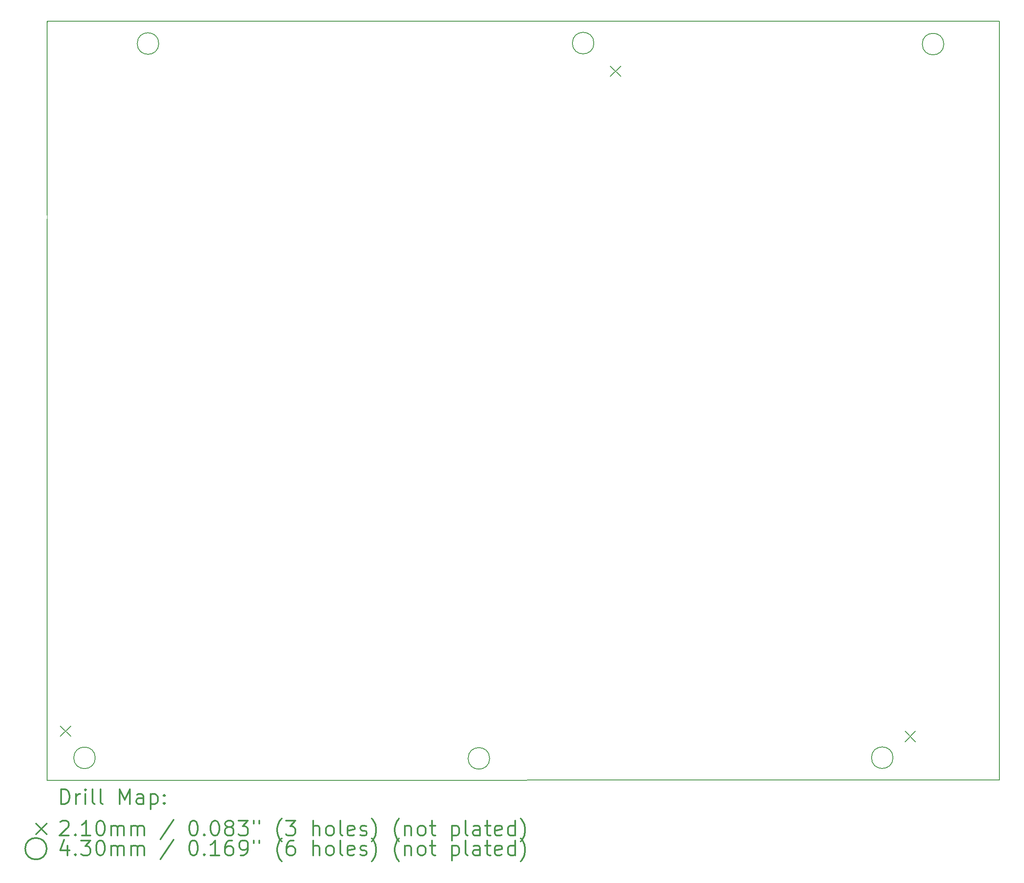
<source format=gbr>
%FSLAX45Y45*%
G04 Gerber Fmt 4.5, Leading zero omitted, Abs format (unit mm)*
G04 Created by KiCad (PCBNEW (5.1.9)-1) date 2021-07-01 20:44:54*
%MOMM*%
%LPD*%
G01*
G04 APERTURE LIST*
%TA.AperFunction,Profile*%
%ADD10C,0.050000*%
%TD*%
%TA.AperFunction,Profile*%
%ADD11C,0.152400*%
%TD*%
%ADD12C,0.200000*%
%ADD13C,0.300000*%
G04 APERTURE END LIST*
D10*
X4018000Y-2208000D02*
X4019000Y-2208000D01*
X4018000Y-2223000D02*
X4018000Y-2208000D01*
X4008000Y-2202000D02*
X4020000Y-2207000D01*
X4008000Y-2224000D02*
X4008000Y-2202000D01*
X4009000Y-2203000D02*
X4009000Y-2225000D01*
X4021000Y-2202000D02*
X4021000Y-2203000D01*
X4013000Y-2229000D02*
X4021000Y-2202000D01*
X23012400Y-2203450D02*
X23012400Y-2209800D01*
D11*
X4013200Y-2203450D02*
X23012400Y-2203450D01*
D10*
X4013200Y-2222500D02*
X4013200Y-2203450D01*
D11*
X23012400Y-2209800D02*
X23012400Y-17348200D01*
X4013200Y-17360900D02*
X23012400Y-17348200D01*
X4013200Y-6070600D02*
X4013200Y-2222500D01*
D10*
X4013200Y-6146800D02*
X4013200Y-6070600D01*
D11*
X4013200Y-13550900D02*
X4013200Y-17360900D01*
X4013200Y-6146800D02*
X4013200Y-13576300D01*
D12*
X4279828Y-16272884D02*
X4489828Y-16482884D01*
X4489828Y-16272884D02*
X4279828Y-16482884D01*
X15249300Y-3098956D02*
X15459300Y-3308956D01*
X15459300Y-3098956D02*
X15249300Y-3308956D01*
X21129400Y-16382140D02*
X21339400Y-16592140D01*
X21339400Y-16382140D02*
X21129400Y-16592140D01*
X4974828Y-16910884D02*
G75*
G03*
X4974828Y-16910884I-215000J0D01*
G01*
X6241404Y-2650744D02*
G75*
G03*
X6241404Y-2650744I-215000J0D01*
G01*
X12842864Y-16921480D02*
G75*
G03*
X12842864Y-16921480I-215000J0D01*
G01*
X14923124Y-2642108D02*
G75*
G03*
X14923124Y-2642108I-215000J0D01*
G01*
X20890600Y-16907764D02*
G75*
G03*
X20890600Y-16907764I-215000J0D01*
G01*
X21904060Y-2661412D02*
G75*
G03*
X21904060Y-2661412I-215000J0D01*
G01*
D13*
X4291928Y-17834234D02*
X4291928Y-17534234D01*
X4363357Y-17534234D01*
X4406214Y-17548520D01*
X4434786Y-17577092D01*
X4449071Y-17605663D01*
X4463357Y-17662806D01*
X4463357Y-17705663D01*
X4449071Y-17762806D01*
X4434786Y-17791377D01*
X4406214Y-17819949D01*
X4363357Y-17834234D01*
X4291928Y-17834234D01*
X4591928Y-17834234D02*
X4591928Y-17634234D01*
X4591928Y-17691377D02*
X4606214Y-17662806D01*
X4620500Y-17648520D01*
X4649071Y-17634234D01*
X4677643Y-17634234D01*
X4777643Y-17834234D02*
X4777643Y-17634234D01*
X4777643Y-17534234D02*
X4763357Y-17548520D01*
X4777643Y-17562806D01*
X4791928Y-17548520D01*
X4777643Y-17534234D01*
X4777643Y-17562806D01*
X4963357Y-17834234D02*
X4934786Y-17819949D01*
X4920500Y-17791377D01*
X4920500Y-17534234D01*
X5120500Y-17834234D02*
X5091928Y-17819949D01*
X5077643Y-17791377D01*
X5077643Y-17534234D01*
X5463357Y-17834234D02*
X5463357Y-17534234D01*
X5563357Y-17748520D01*
X5663357Y-17534234D01*
X5663357Y-17834234D01*
X5934786Y-17834234D02*
X5934786Y-17677092D01*
X5920500Y-17648520D01*
X5891928Y-17634234D01*
X5834786Y-17634234D01*
X5806214Y-17648520D01*
X5934786Y-17819949D02*
X5906214Y-17834234D01*
X5834786Y-17834234D01*
X5806214Y-17819949D01*
X5791928Y-17791377D01*
X5791928Y-17762806D01*
X5806214Y-17734234D01*
X5834786Y-17719949D01*
X5906214Y-17719949D01*
X5934786Y-17705663D01*
X6077643Y-17634234D02*
X6077643Y-17934234D01*
X6077643Y-17648520D02*
X6106214Y-17634234D01*
X6163357Y-17634234D01*
X6191928Y-17648520D01*
X6206214Y-17662806D01*
X6220500Y-17691377D01*
X6220500Y-17777092D01*
X6206214Y-17805663D01*
X6191928Y-17819949D01*
X6163357Y-17834234D01*
X6106214Y-17834234D01*
X6077643Y-17819949D01*
X6349071Y-17805663D02*
X6363357Y-17819949D01*
X6349071Y-17834234D01*
X6334786Y-17819949D01*
X6349071Y-17805663D01*
X6349071Y-17834234D01*
X6349071Y-17648520D02*
X6363357Y-17662806D01*
X6349071Y-17677092D01*
X6334786Y-17662806D01*
X6349071Y-17648520D01*
X6349071Y-17677092D01*
X3795500Y-18223520D02*
X4005500Y-18433520D01*
X4005500Y-18223520D02*
X3795500Y-18433520D01*
X4277643Y-18192806D02*
X4291928Y-18178520D01*
X4320500Y-18164234D01*
X4391928Y-18164234D01*
X4420500Y-18178520D01*
X4434786Y-18192806D01*
X4449071Y-18221377D01*
X4449071Y-18249949D01*
X4434786Y-18292806D01*
X4263357Y-18464234D01*
X4449071Y-18464234D01*
X4577643Y-18435663D02*
X4591928Y-18449949D01*
X4577643Y-18464234D01*
X4563357Y-18449949D01*
X4577643Y-18435663D01*
X4577643Y-18464234D01*
X4877643Y-18464234D02*
X4706214Y-18464234D01*
X4791928Y-18464234D02*
X4791928Y-18164234D01*
X4763357Y-18207092D01*
X4734786Y-18235663D01*
X4706214Y-18249949D01*
X5063357Y-18164234D02*
X5091928Y-18164234D01*
X5120500Y-18178520D01*
X5134786Y-18192806D01*
X5149071Y-18221377D01*
X5163357Y-18278520D01*
X5163357Y-18349949D01*
X5149071Y-18407092D01*
X5134786Y-18435663D01*
X5120500Y-18449949D01*
X5091928Y-18464234D01*
X5063357Y-18464234D01*
X5034786Y-18449949D01*
X5020500Y-18435663D01*
X5006214Y-18407092D01*
X4991928Y-18349949D01*
X4991928Y-18278520D01*
X5006214Y-18221377D01*
X5020500Y-18192806D01*
X5034786Y-18178520D01*
X5063357Y-18164234D01*
X5291928Y-18464234D02*
X5291928Y-18264234D01*
X5291928Y-18292806D02*
X5306214Y-18278520D01*
X5334786Y-18264234D01*
X5377643Y-18264234D01*
X5406214Y-18278520D01*
X5420500Y-18307092D01*
X5420500Y-18464234D01*
X5420500Y-18307092D02*
X5434786Y-18278520D01*
X5463357Y-18264234D01*
X5506214Y-18264234D01*
X5534786Y-18278520D01*
X5549071Y-18307092D01*
X5549071Y-18464234D01*
X5691928Y-18464234D02*
X5691928Y-18264234D01*
X5691928Y-18292806D02*
X5706214Y-18278520D01*
X5734786Y-18264234D01*
X5777643Y-18264234D01*
X5806214Y-18278520D01*
X5820500Y-18307092D01*
X5820500Y-18464234D01*
X5820500Y-18307092D02*
X5834786Y-18278520D01*
X5863357Y-18264234D01*
X5906214Y-18264234D01*
X5934786Y-18278520D01*
X5949071Y-18307092D01*
X5949071Y-18464234D01*
X6534786Y-18149949D02*
X6277643Y-18535663D01*
X6920500Y-18164234D02*
X6949071Y-18164234D01*
X6977643Y-18178520D01*
X6991928Y-18192806D01*
X7006214Y-18221377D01*
X7020500Y-18278520D01*
X7020500Y-18349949D01*
X7006214Y-18407092D01*
X6991928Y-18435663D01*
X6977643Y-18449949D01*
X6949071Y-18464234D01*
X6920500Y-18464234D01*
X6891928Y-18449949D01*
X6877643Y-18435663D01*
X6863357Y-18407092D01*
X6849071Y-18349949D01*
X6849071Y-18278520D01*
X6863357Y-18221377D01*
X6877643Y-18192806D01*
X6891928Y-18178520D01*
X6920500Y-18164234D01*
X7149071Y-18435663D02*
X7163357Y-18449949D01*
X7149071Y-18464234D01*
X7134786Y-18449949D01*
X7149071Y-18435663D01*
X7149071Y-18464234D01*
X7349071Y-18164234D02*
X7377643Y-18164234D01*
X7406214Y-18178520D01*
X7420500Y-18192806D01*
X7434786Y-18221377D01*
X7449071Y-18278520D01*
X7449071Y-18349949D01*
X7434786Y-18407092D01*
X7420500Y-18435663D01*
X7406214Y-18449949D01*
X7377643Y-18464234D01*
X7349071Y-18464234D01*
X7320500Y-18449949D01*
X7306214Y-18435663D01*
X7291928Y-18407092D01*
X7277643Y-18349949D01*
X7277643Y-18278520D01*
X7291928Y-18221377D01*
X7306214Y-18192806D01*
X7320500Y-18178520D01*
X7349071Y-18164234D01*
X7620500Y-18292806D02*
X7591928Y-18278520D01*
X7577643Y-18264234D01*
X7563357Y-18235663D01*
X7563357Y-18221377D01*
X7577643Y-18192806D01*
X7591928Y-18178520D01*
X7620500Y-18164234D01*
X7677643Y-18164234D01*
X7706214Y-18178520D01*
X7720500Y-18192806D01*
X7734786Y-18221377D01*
X7734786Y-18235663D01*
X7720500Y-18264234D01*
X7706214Y-18278520D01*
X7677643Y-18292806D01*
X7620500Y-18292806D01*
X7591928Y-18307092D01*
X7577643Y-18321377D01*
X7563357Y-18349949D01*
X7563357Y-18407092D01*
X7577643Y-18435663D01*
X7591928Y-18449949D01*
X7620500Y-18464234D01*
X7677643Y-18464234D01*
X7706214Y-18449949D01*
X7720500Y-18435663D01*
X7734786Y-18407092D01*
X7734786Y-18349949D01*
X7720500Y-18321377D01*
X7706214Y-18307092D01*
X7677643Y-18292806D01*
X7834786Y-18164234D02*
X8020500Y-18164234D01*
X7920500Y-18278520D01*
X7963357Y-18278520D01*
X7991928Y-18292806D01*
X8006214Y-18307092D01*
X8020500Y-18335663D01*
X8020500Y-18407092D01*
X8006214Y-18435663D01*
X7991928Y-18449949D01*
X7963357Y-18464234D01*
X7877643Y-18464234D01*
X7849071Y-18449949D01*
X7834786Y-18435663D01*
X8134786Y-18164234D02*
X8134786Y-18221377D01*
X8249071Y-18164234D02*
X8249071Y-18221377D01*
X8691928Y-18578520D02*
X8677643Y-18564234D01*
X8649071Y-18521377D01*
X8634786Y-18492806D01*
X8620500Y-18449949D01*
X8606214Y-18378520D01*
X8606214Y-18321377D01*
X8620500Y-18249949D01*
X8634786Y-18207092D01*
X8649071Y-18178520D01*
X8677643Y-18135663D01*
X8691928Y-18121377D01*
X8777643Y-18164234D02*
X8963357Y-18164234D01*
X8863357Y-18278520D01*
X8906214Y-18278520D01*
X8934786Y-18292806D01*
X8949071Y-18307092D01*
X8963357Y-18335663D01*
X8963357Y-18407092D01*
X8949071Y-18435663D01*
X8934786Y-18449949D01*
X8906214Y-18464234D01*
X8820500Y-18464234D01*
X8791928Y-18449949D01*
X8777643Y-18435663D01*
X9320500Y-18464234D02*
X9320500Y-18164234D01*
X9449071Y-18464234D02*
X9449071Y-18307092D01*
X9434786Y-18278520D01*
X9406214Y-18264234D01*
X9363357Y-18264234D01*
X9334786Y-18278520D01*
X9320500Y-18292806D01*
X9634786Y-18464234D02*
X9606214Y-18449949D01*
X9591928Y-18435663D01*
X9577643Y-18407092D01*
X9577643Y-18321377D01*
X9591928Y-18292806D01*
X9606214Y-18278520D01*
X9634786Y-18264234D01*
X9677643Y-18264234D01*
X9706214Y-18278520D01*
X9720500Y-18292806D01*
X9734786Y-18321377D01*
X9734786Y-18407092D01*
X9720500Y-18435663D01*
X9706214Y-18449949D01*
X9677643Y-18464234D01*
X9634786Y-18464234D01*
X9906214Y-18464234D02*
X9877643Y-18449949D01*
X9863357Y-18421377D01*
X9863357Y-18164234D01*
X10134786Y-18449949D02*
X10106214Y-18464234D01*
X10049071Y-18464234D01*
X10020500Y-18449949D01*
X10006214Y-18421377D01*
X10006214Y-18307092D01*
X10020500Y-18278520D01*
X10049071Y-18264234D01*
X10106214Y-18264234D01*
X10134786Y-18278520D01*
X10149071Y-18307092D01*
X10149071Y-18335663D01*
X10006214Y-18364234D01*
X10263357Y-18449949D02*
X10291928Y-18464234D01*
X10349071Y-18464234D01*
X10377643Y-18449949D01*
X10391928Y-18421377D01*
X10391928Y-18407092D01*
X10377643Y-18378520D01*
X10349071Y-18364234D01*
X10306214Y-18364234D01*
X10277643Y-18349949D01*
X10263357Y-18321377D01*
X10263357Y-18307092D01*
X10277643Y-18278520D01*
X10306214Y-18264234D01*
X10349071Y-18264234D01*
X10377643Y-18278520D01*
X10491928Y-18578520D02*
X10506214Y-18564234D01*
X10534786Y-18521377D01*
X10549071Y-18492806D01*
X10563357Y-18449949D01*
X10577643Y-18378520D01*
X10577643Y-18321377D01*
X10563357Y-18249949D01*
X10549071Y-18207092D01*
X10534786Y-18178520D01*
X10506214Y-18135663D01*
X10491928Y-18121377D01*
X11034786Y-18578520D02*
X11020500Y-18564234D01*
X10991928Y-18521377D01*
X10977643Y-18492806D01*
X10963357Y-18449949D01*
X10949071Y-18378520D01*
X10949071Y-18321377D01*
X10963357Y-18249949D01*
X10977643Y-18207092D01*
X10991928Y-18178520D01*
X11020500Y-18135663D01*
X11034786Y-18121377D01*
X11149071Y-18264234D02*
X11149071Y-18464234D01*
X11149071Y-18292806D02*
X11163357Y-18278520D01*
X11191928Y-18264234D01*
X11234786Y-18264234D01*
X11263357Y-18278520D01*
X11277643Y-18307092D01*
X11277643Y-18464234D01*
X11463357Y-18464234D02*
X11434786Y-18449949D01*
X11420500Y-18435663D01*
X11406214Y-18407092D01*
X11406214Y-18321377D01*
X11420500Y-18292806D01*
X11434786Y-18278520D01*
X11463357Y-18264234D01*
X11506214Y-18264234D01*
X11534786Y-18278520D01*
X11549071Y-18292806D01*
X11563357Y-18321377D01*
X11563357Y-18407092D01*
X11549071Y-18435663D01*
X11534786Y-18449949D01*
X11506214Y-18464234D01*
X11463357Y-18464234D01*
X11649071Y-18264234D02*
X11763357Y-18264234D01*
X11691928Y-18164234D02*
X11691928Y-18421377D01*
X11706214Y-18449949D01*
X11734786Y-18464234D01*
X11763357Y-18464234D01*
X12091928Y-18264234D02*
X12091928Y-18564234D01*
X12091928Y-18278520D02*
X12120500Y-18264234D01*
X12177643Y-18264234D01*
X12206214Y-18278520D01*
X12220500Y-18292806D01*
X12234786Y-18321377D01*
X12234786Y-18407092D01*
X12220500Y-18435663D01*
X12206214Y-18449949D01*
X12177643Y-18464234D01*
X12120500Y-18464234D01*
X12091928Y-18449949D01*
X12406214Y-18464234D02*
X12377643Y-18449949D01*
X12363357Y-18421377D01*
X12363357Y-18164234D01*
X12649071Y-18464234D02*
X12649071Y-18307092D01*
X12634786Y-18278520D01*
X12606214Y-18264234D01*
X12549071Y-18264234D01*
X12520500Y-18278520D01*
X12649071Y-18449949D02*
X12620500Y-18464234D01*
X12549071Y-18464234D01*
X12520500Y-18449949D01*
X12506214Y-18421377D01*
X12506214Y-18392806D01*
X12520500Y-18364234D01*
X12549071Y-18349949D01*
X12620500Y-18349949D01*
X12649071Y-18335663D01*
X12749071Y-18264234D02*
X12863357Y-18264234D01*
X12791928Y-18164234D02*
X12791928Y-18421377D01*
X12806214Y-18449949D01*
X12834786Y-18464234D01*
X12863357Y-18464234D01*
X13077643Y-18449949D02*
X13049071Y-18464234D01*
X12991928Y-18464234D01*
X12963357Y-18449949D01*
X12949071Y-18421377D01*
X12949071Y-18307092D01*
X12963357Y-18278520D01*
X12991928Y-18264234D01*
X13049071Y-18264234D01*
X13077643Y-18278520D01*
X13091928Y-18307092D01*
X13091928Y-18335663D01*
X12949071Y-18364234D01*
X13349071Y-18464234D02*
X13349071Y-18164234D01*
X13349071Y-18449949D02*
X13320500Y-18464234D01*
X13263357Y-18464234D01*
X13234786Y-18449949D01*
X13220500Y-18435663D01*
X13206214Y-18407092D01*
X13206214Y-18321377D01*
X13220500Y-18292806D01*
X13234786Y-18278520D01*
X13263357Y-18264234D01*
X13320500Y-18264234D01*
X13349071Y-18278520D01*
X13463357Y-18578520D02*
X13477643Y-18564234D01*
X13506214Y-18521377D01*
X13520500Y-18492806D01*
X13534786Y-18449949D01*
X13549071Y-18378520D01*
X13549071Y-18321377D01*
X13534786Y-18249949D01*
X13520500Y-18207092D01*
X13506214Y-18178520D01*
X13477643Y-18135663D01*
X13463357Y-18121377D01*
X4005500Y-18724520D02*
G75*
G03*
X4005500Y-18724520I-215000J0D01*
G01*
X4420500Y-18660234D02*
X4420500Y-18860234D01*
X4349071Y-18545949D02*
X4277643Y-18760234D01*
X4463357Y-18760234D01*
X4577643Y-18831663D02*
X4591928Y-18845949D01*
X4577643Y-18860234D01*
X4563357Y-18845949D01*
X4577643Y-18831663D01*
X4577643Y-18860234D01*
X4691928Y-18560234D02*
X4877643Y-18560234D01*
X4777643Y-18674520D01*
X4820500Y-18674520D01*
X4849071Y-18688806D01*
X4863357Y-18703092D01*
X4877643Y-18731663D01*
X4877643Y-18803092D01*
X4863357Y-18831663D01*
X4849071Y-18845949D01*
X4820500Y-18860234D01*
X4734786Y-18860234D01*
X4706214Y-18845949D01*
X4691928Y-18831663D01*
X5063357Y-18560234D02*
X5091928Y-18560234D01*
X5120500Y-18574520D01*
X5134786Y-18588806D01*
X5149071Y-18617377D01*
X5163357Y-18674520D01*
X5163357Y-18745949D01*
X5149071Y-18803092D01*
X5134786Y-18831663D01*
X5120500Y-18845949D01*
X5091928Y-18860234D01*
X5063357Y-18860234D01*
X5034786Y-18845949D01*
X5020500Y-18831663D01*
X5006214Y-18803092D01*
X4991928Y-18745949D01*
X4991928Y-18674520D01*
X5006214Y-18617377D01*
X5020500Y-18588806D01*
X5034786Y-18574520D01*
X5063357Y-18560234D01*
X5291928Y-18860234D02*
X5291928Y-18660234D01*
X5291928Y-18688806D02*
X5306214Y-18674520D01*
X5334786Y-18660234D01*
X5377643Y-18660234D01*
X5406214Y-18674520D01*
X5420500Y-18703092D01*
X5420500Y-18860234D01*
X5420500Y-18703092D02*
X5434786Y-18674520D01*
X5463357Y-18660234D01*
X5506214Y-18660234D01*
X5534786Y-18674520D01*
X5549071Y-18703092D01*
X5549071Y-18860234D01*
X5691928Y-18860234D02*
X5691928Y-18660234D01*
X5691928Y-18688806D02*
X5706214Y-18674520D01*
X5734786Y-18660234D01*
X5777643Y-18660234D01*
X5806214Y-18674520D01*
X5820500Y-18703092D01*
X5820500Y-18860234D01*
X5820500Y-18703092D02*
X5834786Y-18674520D01*
X5863357Y-18660234D01*
X5906214Y-18660234D01*
X5934786Y-18674520D01*
X5949071Y-18703092D01*
X5949071Y-18860234D01*
X6534786Y-18545949D02*
X6277643Y-18931663D01*
X6920500Y-18560234D02*
X6949071Y-18560234D01*
X6977643Y-18574520D01*
X6991928Y-18588806D01*
X7006214Y-18617377D01*
X7020500Y-18674520D01*
X7020500Y-18745949D01*
X7006214Y-18803092D01*
X6991928Y-18831663D01*
X6977643Y-18845949D01*
X6949071Y-18860234D01*
X6920500Y-18860234D01*
X6891928Y-18845949D01*
X6877643Y-18831663D01*
X6863357Y-18803092D01*
X6849071Y-18745949D01*
X6849071Y-18674520D01*
X6863357Y-18617377D01*
X6877643Y-18588806D01*
X6891928Y-18574520D01*
X6920500Y-18560234D01*
X7149071Y-18831663D02*
X7163357Y-18845949D01*
X7149071Y-18860234D01*
X7134786Y-18845949D01*
X7149071Y-18831663D01*
X7149071Y-18860234D01*
X7449071Y-18860234D02*
X7277643Y-18860234D01*
X7363357Y-18860234D02*
X7363357Y-18560234D01*
X7334786Y-18603092D01*
X7306214Y-18631663D01*
X7277643Y-18645949D01*
X7706214Y-18560234D02*
X7649071Y-18560234D01*
X7620500Y-18574520D01*
X7606214Y-18588806D01*
X7577643Y-18631663D01*
X7563357Y-18688806D01*
X7563357Y-18803092D01*
X7577643Y-18831663D01*
X7591928Y-18845949D01*
X7620500Y-18860234D01*
X7677643Y-18860234D01*
X7706214Y-18845949D01*
X7720500Y-18831663D01*
X7734786Y-18803092D01*
X7734786Y-18731663D01*
X7720500Y-18703092D01*
X7706214Y-18688806D01*
X7677643Y-18674520D01*
X7620500Y-18674520D01*
X7591928Y-18688806D01*
X7577643Y-18703092D01*
X7563357Y-18731663D01*
X7877643Y-18860234D02*
X7934786Y-18860234D01*
X7963357Y-18845949D01*
X7977643Y-18831663D01*
X8006214Y-18788806D01*
X8020500Y-18731663D01*
X8020500Y-18617377D01*
X8006214Y-18588806D01*
X7991928Y-18574520D01*
X7963357Y-18560234D01*
X7906214Y-18560234D01*
X7877643Y-18574520D01*
X7863357Y-18588806D01*
X7849071Y-18617377D01*
X7849071Y-18688806D01*
X7863357Y-18717377D01*
X7877643Y-18731663D01*
X7906214Y-18745949D01*
X7963357Y-18745949D01*
X7991928Y-18731663D01*
X8006214Y-18717377D01*
X8020500Y-18688806D01*
X8134786Y-18560234D02*
X8134786Y-18617377D01*
X8249071Y-18560234D02*
X8249071Y-18617377D01*
X8691928Y-18974520D02*
X8677643Y-18960234D01*
X8649071Y-18917377D01*
X8634786Y-18888806D01*
X8620500Y-18845949D01*
X8606214Y-18774520D01*
X8606214Y-18717377D01*
X8620500Y-18645949D01*
X8634786Y-18603092D01*
X8649071Y-18574520D01*
X8677643Y-18531663D01*
X8691928Y-18517377D01*
X8934786Y-18560234D02*
X8877643Y-18560234D01*
X8849071Y-18574520D01*
X8834786Y-18588806D01*
X8806214Y-18631663D01*
X8791928Y-18688806D01*
X8791928Y-18803092D01*
X8806214Y-18831663D01*
X8820500Y-18845949D01*
X8849071Y-18860234D01*
X8906214Y-18860234D01*
X8934786Y-18845949D01*
X8949071Y-18831663D01*
X8963357Y-18803092D01*
X8963357Y-18731663D01*
X8949071Y-18703092D01*
X8934786Y-18688806D01*
X8906214Y-18674520D01*
X8849071Y-18674520D01*
X8820500Y-18688806D01*
X8806214Y-18703092D01*
X8791928Y-18731663D01*
X9320500Y-18860234D02*
X9320500Y-18560234D01*
X9449071Y-18860234D02*
X9449071Y-18703092D01*
X9434786Y-18674520D01*
X9406214Y-18660234D01*
X9363357Y-18660234D01*
X9334786Y-18674520D01*
X9320500Y-18688806D01*
X9634786Y-18860234D02*
X9606214Y-18845949D01*
X9591928Y-18831663D01*
X9577643Y-18803092D01*
X9577643Y-18717377D01*
X9591928Y-18688806D01*
X9606214Y-18674520D01*
X9634786Y-18660234D01*
X9677643Y-18660234D01*
X9706214Y-18674520D01*
X9720500Y-18688806D01*
X9734786Y-18717377D01*
X9734786Y-18803092D01*
X9720500Y-18831663D01*
X9706214Y-18845949D01*
X9677643Y-18860234D01*
X9634786Y-18860234D01*
X9906214Y-18860234D02*
X9877643Y-18845949D01*
X9863357Y-18817377D01*
X9863357Y-18560234D01*
X10134786Y-18845949D02*
X10106214Y-18860234D01*
X10049071Y-18860234D01*
X10020500Y-18845949D01*
X10006214Y-18817377D01*
X10006214Y-18703092D01*
X10020500Y-18674520D01*
X10049071Y-18660234D01*
X10106214Y-18660234D01*
X10134786Y-18674520D01*
X10149071Y-18703092D01*
X10149071Y-18731663D01*
X10006214Y-18760234D01*
X10263357Y-18845949D02*
X10291928Y-18860234D01*
X10349071Y-18860234D01*
X10377643Y-18845949D01*
X10391928Y-18817377D01*
X10391928Y-18803092D01*
X10377643Y-18774520D01*
X10349071Y-18760234D01*
X10306214Y-18760234D01*
X10277643Y-18745949D01*
X10263357Y-18717377D01*
X10263357Y-18703092D01*
X10277643Y-18674520D01*
X10306214Y-18660234D01*
X10349071Y-18660234D01*
X10377643Y-18674520D01*
X10491928Y-18974520D02*
X10506214Y-18960234D01*
X10534786Y-18917377D01*
X10549071Y-18888806D01*
X10563357Y-18845949D01*
X10577643Y-18774520D01*
X10577643Y-18717377D01*
X10563357Y-18645949D01*
X10549071Y-18603092D01*
X10534786Y-18574520D01*
X10506214Y-18531663D01*
X10491928Y-18517377D01*
X11034786Y-18974520D02*
X11020500Y-18960234D01*
X10991928Y-18917377D01*
X10977643Y-18888806D01*
X10963357Y-18845949D01*
X10949071Y-18774520D01*
X10949071Y-18717377D01*
X10963357Y-18645949D01*
X10977643Y-18603092D01*
X10991928Y-18574520D01*
X11020500Y-18531663D01*
X11034786Y-18517377D01*
X11149071Y-18660234D02*
X11149071Y-18860234D01*
X11149071Y-18688806D02*
X11163357Y-18674520D01*
X11191928Y-18660234D01*
X11234786Y-18660234D01*
X11263357Y-18674520D01*
X11277643Y-18703092D01*
X11277643Y-18860234D01*
X11463357Y-18860234D02*
X11434786Y-18845949D01*
X11420500Y-18831663D01*
X11406214Y-18803092D01*
X11406214Y-18717377D01*
X11420500Y-18688806D01*
X11434786Y-18674520D01*
X11463357Y-18660234D01*
X11506214Y-18660234D01*
X11534786Y-18674520D01*
X11549071Y-18688806D01*
X11563357Y-18717377D01*
X11563357Y-18803092D01*
X11549071Y-18831663D01*
X11534786Y-18845949D01*
X11506214Y-18860234D01*
X11463357Y-18860234D01*
X11649071Y-18660234D02*
X11763357Y-18660234D01*
X11691928Y-18560234D02*
X11691928Y-18817377D01*
X11706214Y-18845949D01*
X11734786Y-18860234D01*
X11763357Y-18860234D01*
X12091928Y-18660234D02*
X12091928Y-18960234D01*
X12091928Y-18674520D02*
X12120500Y-18660234D01*
X12177643Y-18660234D01*
X12206214Y-18674520D01*
X12220500Y-18688806D01*
X12234786Y-18717377D01*
X12234786Y-18803092D01*
X12220500Y-18831663D01*
X12206214Y-18845949D01*
X12177643Y-18860234D01*
X12120500Y-18860234D01*
X12091928Y-18845949D01*
X12406214Y-18860234D02*
X12377643Y-18845949D01*
X12363357Y-18817377D01*
X12363357Y-18560234D01*
X12649071Y-18860234D02*
X12649071Y-18703092D01*
X12634786Y-18674520D01*
X12606214Y-18660234D01*
X12549071Y-18660234D01*
X12520500Y-18674520D01*
X12649071Y-18845949D02*
X12620500Y-18860234D01*
X12549071Y-18860234D01*
X12520500Y-18845949D01*
X12506214Y-18817377D01*
X12506214Y-18788806D01*
X12520500Y-18760234D01*
X12549071Y-18745949D01*
X12620500Y-18745949D01*
X12649071Y-18731663D01*
X12749071Y-18660234D02*
X12863357Y-18660234D01*
X12791928Y-18560234D02*
X12791928Y-18817377D01*
X12806214Y-18845949D01*
X12834786Y-18860234D01*
X12863357Y-18860234D01*
X13077643Y-18845949D02*
X13049071Y-18860234D01*
X12991928Y-18860234D01*
X12963357Y-18845949D01*
X12949071Y-18817377D01*
X12949071Y-18703092D01*
X12963357Y-18674520D01*
X12991928Y-18660234D01*
X13049071Y-18660234D01*
X13077643Y-18674520D01*
X13091928Y-18703092D01*
X13091928Y-18731663D01*
X12949071Y-18760234D01*
X13349071Y-18860234D02*
X13349071Y-18560234D01*
X13349071Y-18845949D02*
X13320500Y-18860234D01*
X13263357Y-18860234D01*
X13234786Y-18845949D01*
X13220500Y-18831663D01*
X13206214Y-18803092D01*
X13206214Y-18717377D01*
X13220500Y-18688806D01*
X13234786Y-18674520D01*
X13263357Y-18660234D01*
X13320500Y-18660234D01*
X13349071Y-18674520D01*
X13463357Y-18974520D02*
X13477643Y-18960234D01*
X13506214Y-18917377D01*
X13520500Y-18888806D01*
X13534786Y-18845949D01*
X13549071Y-18774520D01*
X13549071Y-18717377D01*
X13534786Y-18645949D01*
X13520500Y-18603092D01*
X13506214Y-18574520D01*
X13477643Y-18531663D01*
X13463357Y-18517377D01*
M02*

</source>
